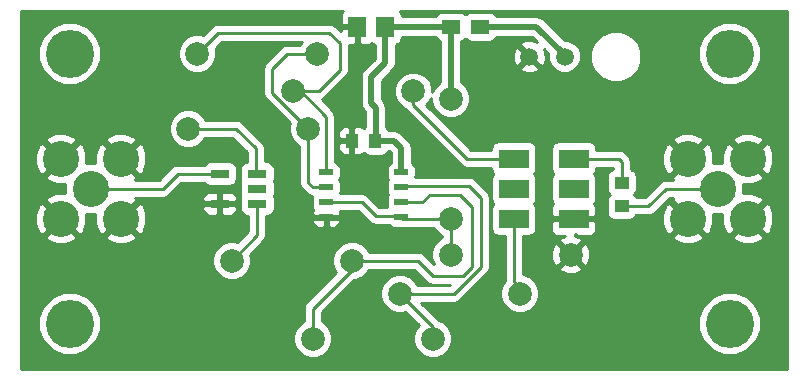
<source format=gbr>
G04 #@! TF.FileFunction,Copper,L1,Top,Signal*
%FSLAX46Y46*%
G04 Gerber Fmt 4.6, Leading zero omitted, Abs format (unit mm)*
G04 Created by KiCad (PCBNEW 4.0.1-3.201512221401+6198~38~ubuntu15.10.1-stable) date Tue 19 Jan 2016 07:49:42 AM PST*
%MOMM*%
G01*
G04 APERTURE LIST*
%ADD10C,0.100000*%
%ADD11R,1.549400X1.800860*%
%ADD12R,1.000000X1.250000*%
%ADD13R,1.250000X1.000000*%
%ADD14C,3.048000*%
%ADD15R,1.500000X1.250000*%
%ADD16C,1.500000*%
%ADD17C,1.998980*%
%ADD18R,1.650000X0.760000*%
%ADD19R,2.540000X1.650000*%
%ADD20R,1.143000X0.508000*%
%ADD21C,4.064000*%
%ADD22C,0.508000*%
%ADD23C,0.250000*%
%ADD24C,0.254000*%
G04 APERTURE END LIST*
D10*
D11*
X148623020Y-94488000D03*
X146270980Y-94488000D03*
D12*
X147812000Y-104140000D03*
X145812000Y-104140000D03*
D13*
X168656000Y-109712000D03*
X168656000Y-107712000D03*
D14*
X123698000Y-108204000D03*
X121158000Y-110744000D03*
X121158000Y-105664000D03*
X126238000Y-105664000D03*
X126238000Y-110744000D03*
X176784000Y-108204000D03*
X179324000Y-105664000D03*
X179324000Y-110744000D03*
X174244000Y-110744000D03*
X174244000Y-105664000D03*
D15*
X154198000Y-94488000D03*
X156698000Y-94488000D03*
D16*
X160830000Y-97028000D03*
X163830000Y-97028000D03*
D17*
X142113000Y-103124000D03*
X131953000Y-103124000D03*
X145796000Y-114300000D03*
X135636000Y-114300000D03*
X154178000Y-113792000D03*
X164338000Y-113792000D03*
X154178000Y-100584000D03*
X154178000Y-110744000D03*
X132715000Y-96774000D03*
X142875000Y-96774000D03*
X152654000Y-120904000D03*
X142494000Y-120904000D03*
X140843000Y-99949000D03*
X151003000Y-99949000D03*
X160020000Y-117094000D03*
X149860000Y-117094000D03*
D18*
X134620000Y-106934000D03*
X134620000Y-109474000D03*
X137795000Y-106934000D03*
X137795000Y-108204000D03*
X137795000Y-109474000D03*
D19*
X159512000Y-105664000D03*
X164592000Y-105664000D03*
X159512000Y-108204000D03*
X159512000Y-110744000D03*
X164592000Y-110744000D03*
X164592000Y-108204000D03*
D20*
X149987000Y-106807000D03*
X149987000Y-108077000D03*
X149987000Y-109347000D03*
X149987000Y-110617000D03*
X143637000Y-110617000D03*
X143637000Y-109347000D03*
X143637000Y-108077000D03*
X143637000Y-106807000D03*
D21*
X121920000Y-96774000D03*
X121920000Y-119634000D03*
X177800000Y-119634000D03*
X177800000Y-96774000D03*
D22*
X148623020Y-94488000D02*
X148623020Y-97569020D01*
X147828000Y-101346000D02*
X147828000Y-104124000D01*
X147447000Y-100965000D02*
X147828000Y-101346000D01*
X147447000Y-98745040D02*
X147447000Y-100965000D01*
X148623020Y-97569020D02*
X147447000Y-98745040D01*
X147828000Y-104124000D02*
X147812000Y-104140000D01*
X147812000Y-104140000D02*
X149352000Y-104140000D01*
X149352000Y-104140000D02*
X149987000Y-104775000D01*
X149987000Y-104775000D02*
X149987000Y-106807000D01*
X154198000Y-94488000D02*
X154198000Y-100564000D01*
X154198000Y-100564000D02*
X154178000Y-100584000D01*
X154198000Y-94488000D02*
X149258020Y-94488000D01*
X149258020Y-94488000D02*
X149098000Y-94327980D01*
D23*
X154178000Y-94508000D02*
X154198000Y-94488000D01*
X149258020Y-94488000D02*
X149098000Y-94327980D01*
D22*
X143637000Y-110617000D02*
X143510000Y-110617000D01*
X164338000Y-110998000D02*
X164592000Y-110744000D01*
X174117000Y-110744000D02*
X174244000Y-110744000D01*
D23*
X168656000Y-109712000D02*
X170926000Y-109712000D01*
X172434000Y-108204000D02*
X176784000Y-108204000D01*
X170926000Y-109712000D02*
X172434000Y-108204000D01*
X168656000Y-107712000D02*
X168656000Y-105918000D01*
X168402000Y-105664000D02*
X164592000Y-105664000D01*
X168656000Y-105918000D02*
X168402000Y-105664000D01*
X123698000Y-108204000D02*
X129794000Y-108204000D01*
X129794000Y-108204000D02*
X131064000Y-106934000D01*
X131064000Y-106934000D02*
X134620000Y-106934000D01*
D22*
X163830000Y-97028000D02*
X163830000Y-96901000D01*
X163830000Y-96901000D02*
X161417000Y-94488000D01*
X161417000Y-94488000D02*
X156698000Y-94488000D01*
D23*
X163830000Y-97028000D02*
X163830000Y-96520000D01*
X142113000Y-103124000D02*
X142113000Y-107696000D01*
X142494000Y-108077000D02*
X143637000Y-108077000D01*
X142113000Y-107696000D02*
X142494000Y-108077000D01*
X142875000Y-96774000D02*
X140335000Y-96774000D01*
X139065000Y-100076000D02*
X142113000Y-103124000D01*
X139065000Y-98044000D02*
X139065000Y-100076000D01*
X140335000Y-96774000D02*
X139065000Y-98044000D01*
X131953000Y-103124000D02*
X136017000Y-103124000D01*
X137668000Y-104775000D02*
X137668000Y-106807000D01*
X136017000Y-103124000D02*
X137668000Y-104775000D01*
X137668000Y-106807000D02*
X137795000Y-106934000D01*
X149987000Y-109347000D02*
X151765000Y-109347000D01*
X151384000Y-114300000D02*
X145796000Y-114300000D01*
X152654000Y-115570000D02*
X151384000Y-114300000D01*
X155194000Y-115570000D02*
X152654000Y-115570000D01*
X155956000Y-114808000D02*
X155194000Y-115570000D01*
X155956000Y-109728000D02*
X155956000Y-114808000D01*
X154940000Y-108712000D02*
X155956000Y-109728000D01*
X152400000Y-108712000D02*
X154940000Y-108712000D01*
X151765000Y-109347000D02*
X152400000Y-108712000D01*
X142494000Y-120904000D02*
X142494000Y-118364000D01*
X142494000Y-118364000D02*
X145796000Y-115062000D01*
X137795000Y-109474000D02*
X137795000Y-112141000D01*
X137795000Y-112141000D02*
X135636000Y-114300000D01*
X154178000Y-110744000D02*
X150114000Y-110744000D01*
X150114000Y-110744000D02*
X149860000Y-110490000D01*
X149860000Y-110490000D02*
X147828000Y-110490000D01*
X147828000Y-110490000D02*
X146685000Y-109347000D01*
X146685000Y-109347000D02*
X143637000Y-109347000D01*
X154178000Y-113792000D02*
X154178000Y-110744000D01*
X140843000Y-99949000D02*
X143002000Y-99949000D01*
X134493000Y-94996000D02*
X132715000Y-96774000D01*
X143891000Y-94996000D02*
X134493000Y-94996000D01*
X144780000Y-95885000D02*
X143891000Y-94996000D01*
X144780000Y-98171000D02*
X144780000Y-95885000D01*
X143002000Y-99949000D02*
X144780000Y-98171000D01*
X140843000Y-99949000D02*
X141478000Y-99949000D01*
X141478000Y-99949000D02*
X143637000Y-102108000D01*
X143637000Y-102108000D02*
X143637000Y-106807000D01*
X149860000Y-117094000D02*
X154432000Y-117094000D01*
X155702000Y-107950000D02*
X150114000Y-107950000D01*
X156718000Y-108966000D02*
X155702000Y-107950000D01*
X156718000Y-114808000D02*
X156718000Y-108966000D01*
X154432000Y-117094000D02*
X156718000Y-114808000D01*
X150114000Y-107950000D02*
X149987000Y-108077000D01*
X152654000Y-120904000D02*
X152654000Y-119888000D01*
X152654000Y-119888000D02*
X149860000Y-117094000D01*
X159512000Y-105664000D02*
X155575000Y-105664000D01*
X151003000Y-101092000D02*
X151003000Y-99949000D01*
X155575000Y-105664000D02*
X151003000Y-101092000D01*
X160020000Y-117094000D02*
X160020000Y-116586000D01*
X160020000Y-116586000D02*
X159512000Y-116078000D01*
X159512000Y-116078000D02*
X159512000Y-110744000D01*
D24*
G36*
X144957953Y-93227871D02*
X144861280Y-93461260D01*
X144861280Y-94202250D01*
X145020030Y-94361000D01*
X146143980Y-94361000D01*
X146143980Y-94341000D01*
X146397980Y-94341000D01*
X146397980Y-94361000D01*
X146417980Y-94361000D01*
X146417980Y-94615000D01*
X146397980Y-94615000D01*
X146397980Y-95864680D01*
X146556730Y-96023430D01*
X147171989Y-96023430D01*
X147405378Y-95926757D01*
X147448411Y-95883724D01*
X147596430Y-95984861D01*
X147734020Y-96012724D01*
X147734020Y-97200784D01*
X146818382Y-98116422D01*
X146625671Y-98404834D01*
X146558000Y-98745040D01*
X146558000Y-100965000D01*
X146625671Y-101305206D01*
X146763227Y-101511073D01*
X146818382Y-101593618D01*
X146939000Y-101714236D01*
X146939000Y-103000435D01*
X146860559Y-103050910D01*
X146814031Y-103119006D01*
X146671698Y-102976673D01*
X146438309Y-102880000D01*
X146097750Y-102880000D01*
X145939000Y-103038750D01*
X145939000Y-104013000D01*
X145959000Y-104013000D01*
X145959000Y-104267000D01*
X145939000Y-104267000D01*
X145939000Y-105241250D01*
X146097750Y-105400000D01*
X146438309Y-105400000D01*
X146671698Y-105303327D01*
X146812936Y-105162090D01*
X146847910Y-105216441D01*
X147060110Y-105361431D01*
X147312000Y-105412440D01*
X148312000Y-105412440D01*
X148547317Y-105368162D01*
X148763441Y-105229090D01*
X148900157Y-105029000D01*
X148983764Y-105029000D01*
X149098000Y-105143236D01*
X149098000Y-106002721D01*
X148964059Y-106088910D01*
X148819069Y-106301110D01*
X148768060Y-106553000D01*
X148768060Y-107061000D01*
X148812338Y-107296317D01*
X148906666Y-107442907D01*
X148819069Y-107571110D01*
X148768060Y-107823000D01*
X148768060Y-108331000D01*
X148812338Y-108566317D01*
X148906666Y-108712907D01*
X148819069Y-108841110D01*
X148768060Y-109093000D01*
X148768060Y-109601000D01*
X148792333Y-109730000D01*
X148142802Y-109730000D01*
X147222401Y-108809599D01*
X146975839Y-108644852D01*
X146685000Y-108587000D01*
X144802123Y-108587000D01*
X144804931Y-108582890D01*
X144855940Y-108331000D01*
X144855940Y-107823000D01*
X144811662Y-107587683D01*
X144717334Y-107441093D01*
X144804931Y-107312890D01*
X144855940Y-107061000D01*
X144855940Y-106553000D01*
X144811662Y-106317683D01*
X144672590Y-106101559D01*
X144460390Y-105956569D01*
X144397000Y-105943732D01*
X144397000Y-104425750D01*
X144677000Y-104425750D01*
X144677000Y-104891310D01*
X144773673Y-105124699D01*
X144952302Y-105303327D01*
X145185691Y-105400000D01*
X145526250Y-105400000D01*
X145685000Y-105241250D01*
X145685000Y-104267000D01*
X144835750Y-104267000D01*
X144677000Y-104425750D01*
X144397000Y-104425750D01*
X144397000Y-103388690D01*
X144677000Y-103388690D01*
X144677000Y-103854250D01*
X144835750Y-104013000D01*
X145685000Y-104013000D01*
X145685000Y-103038750D01*
X145526250Y-102880000D01*
X145185691Y-102880000D01*
X144952302Y-102976673D01*
X144773673Y-103155301D01*
X144677000Y-103388690D01*
X144397000Y-103388690D01*
X144397000Y-102108000D01*
X144339148Y-101817161D01*
X144174401Y-101570599D01*
X143261236Y-100657434D01*
X143292839Y-100651148D01*
X143539401Y-100486401D01*
X145317401Y-98708401D01*
X145482148Y-98461839D01*
X145540000Y-98171000D01*
X145540000Y-96023430D01*
X145985230Y-96023430D01*
X146143980Y-95864680D01*
X146143980Y-94615000D01*
X145020030Y-94615000D01*
X144861280Y-94773750D01*
X144861280Y-94891478D01*
X144428401Y-94458599D01*
X144181839Y-94293852D01*
X143891000Y-94236000D01*
X134493000Y-94236000D01*
X134202161Y-94293852D01*
X133955599Y-94458599D01*
X133206083Y-95208115D01*
X133041547Y-95139794D01*
X132391306Y-95139226D01*
X131790345Y-95387538D01*
X131330154Y-95846927D01*
X131080794Y-96447453D01*
X131080226Y-97097694D01*
X131328538Y-97698655D01*
X131787927Y-98158846D01*
X132388453Y-98408206D01*
X133038694Y-98408774D01*
X133639655Y-98160462D01*
X134099846Y-97701073D01*
X134349206Y-97100547D01*
X134349774Y-96450306D01*
X134280691Y-96283111D01*
X134807802Y-95756000D01*
X141581240Y-95756000D01*
X141490154Y-95846927D01*
X141420779Y-96014000D01*
X140335000Y-96014000D01*
X140044160Y-96071852D01*
X139797599Y-96236599D01*
X138527599Y-97506599D01*
X138362852Y-97753161D01*
X138305000Y-98044000D01*
X138305000Y-100076000D01*
X138362852Y-100366839D01*
X138527599Y-100613401D01*
X140547115Y-102632917D01*
X140478794Y-102797453D01*
X140478226Y-103447694D01*
X140726538Y-104048655D01*
X141185927Y-104508846D01*
X141353000Y-104578221D01*
X141353000Y-107696000D01*
X141410852Y-107986839D01*
X141575599Y-108233401D01*
X141956599Y-108614401D01*
X142203160Y-108779148D01*
X142474524Y-108833126D01*
X142469069Y-108841110D01*
X142418060Y-109093000D01*
X142418060Y-109601000D01*
X142462338Y-109836317D01*
X142553104Y-109977371D01*
X142527173Y-110003302D01*
X142430500Y-110236691D01*
X142430500Y-110331250D01*
X142589250Y-110490000D01*
X143510000Y-110490000D01*
X143510000Y-110470000D01*
X143764000Y-110470000D01*
X143764000Y-110490000D01*
X144684750Y-110490000D01*
X144843500Y-110331250D01*
X144843500Y-110236691D01*
X144789780Y-110107000D01*
X146370198Y-110107000D01*
X147290599Y-111027401D01*
X147537161Y-111192148D01*
X147828000Y-111250000D01*
X148904795Y-111250000D01*
X148951410Y-111322441D01*
X149163610Y-111467431D01*
X149415500Y-111518440D01*
X150558500Y-111518440D01*
X150635242Y-111504000D01*
X152723504Y-111504000D01*
X152791538Y-111668655D01*
X153250927Y-112128846D01*
X153418000Y-112198221D01*
X153418000Y-112337504D01*
X153253345Y-112405538D01*
X152793154Y-112864927D01*
X152543794Y-113465453D01*
X152543226Y-114115694D01*
X152732448Y-114573646D01*
X151921401Y-113762599D01*
X151674839Y-113597852D01*
X151384000Y-113540000D01*
X147250496Y-113540000D01*
X147182462Y-113375345D01*
X146723073Y-112915154D01*
X146122547Y-112665794D01*
X145472306Y-112665226D01*
X144871345Y-112913538D01*
X144411154Y-113372927D01*
X144161794Y-113973453D01*
X144161226Y-114623694D01*
X144409538Y-115224655D01*
X144483976Y-115299222D01*
X141956599Y-117826599D01*
X141791852Y-118073161D01*
X141734000Y-118364000D01*
X141734000Y-119449504D01*
X141569345Y-119517538D01*
X141109154Y-119976927D01*
X140859794Y-120577453D01*
X140859226Y-121227694D01*
X141107538Y-121828655D01*
X141566927Y-122288846D01*
X142167453Y-122538206D01*
X142817694Y-122538774D01*
X143418655Y-122290462D01*
X143878846Y-121831073D01*
X144128206Y-121230547D01*
X144128774Y-120580306D01*
X143880462Y-119979345D01*
X143421073Y-119519154D01*
X143254000Y-119449779D01*
X143254000Y-118678802D01*
X145998134Y-115934668D01*
X146119694Y-115934774D01*
X146720655Y-115686462D01*
X147180846Y-115227073D01*
X147250221Y-115060000D01*
X151069198Y-115060000D01*
X152116599Y-116107401D01*
X152363160Y-116272148D01*
X152654000Y-116330000D01*
X154121198Y-116330000D01*
X154117198Y-116334000D01*
X151314496Y-116334000D01*
X151246462Y-116169345D01*
X150787073Y-115709154D01*
X150186547Y-115459794D01*
X149536306Y-115459226D01*
X148935345Y-115707538D01*
X148475154Y-116166927D01*
X148225794Y-116767453D01*
X148225226Y-117417694D01*
X148473538Y-118018655D01*
X148932927Y-118478846D01*
X149533453Y-118728206D01*
X150183694Y-118728774D01*
X150350889Y-118659691D01*
X151468813Y-119777615D01*
X151269154Y-119976927D01*
X151019794Y-120577453D01*
X151019226Y-121227694D01*
X151267538Y-121828655D01*
X151726927Y-122288846D01*
X152327453Y-122538206D01*
X152977694Y-122538774D01*
X153578655Y-122290462D01*
X154038846Y-121831073D01*
X154288206Y-121230547D01*
X154288774Y-120580306D01*
X154116005Y-120162172D01*
X175132538Y-120162172D01*
X175537709Y-121142761D01*
X176287293Y-121893655D01*
X177267173Y-122300536D01*
X178328172Y-122301462D01*
X179308761Y-121896291D01*
X180059655Y-121146707D01*
X180466536Y-120166827D01*
X180467462Y-119105828D01*
X180062291Y-118125239D01*
X179312707Y-117374345D01*
X178332827Y-116967464D01*
X177271828Y-116966538D01*
X176291239Y-117371709D01*
X175540345Y-118121293D01*
X175133464Y-119101173D01*
X175132538Y-120162172D01*
X154116005Y-120162172D01*
X154040462Y-119979345D01*
X153581073Y-119519154D01*
X153197642Y-119359940D01*
X153191401Y-119350599D01*
X151694802Y-117854000D01*
X154432000Y-117854000D01*
X154722839Y-117796148D01*
X154969401Y-117631401D01*
X157255401Y-115345401D01*
X157420148Y-115098840D01*
X157478000Y-114808000D01*
X157478000Y-108966000D01*
X157420148Y-108675161D01*
X157255401Y-108428599D01*
X156239401Y-107412599D01*
X155992839Y-107247852D01*
X155702000Y-107190000D01*
X151179817Y-107190000D01*
X151205940Y-107061000D01*
X151205940Y-106553000D01*
X151161662Y-106317683D01*
X151022590Y-106101559D01*
X150876000Y-106001398D01*
X150876000Y-104775000D01*
X150872772Y-104758774D01*
X150808330Y-104434795D01*
X150615618Y-104146382D01*
X149980618Y-103511382D01*
X149836131Y-103414839D01*
X149692206Y-103318671D01*
X149352000Y-103251000D01*
X148896705Y-103251000D01*
X148776090Y-103063559D01*
X148717000Y-103023185D01*
X148717000Y-101346000D01*
X148649329Y-101005794D01*
X148456618Y-100717382D01*
X148336000Y-100596764D01*
X148336000Y-99113276D01*
X149251638Y-98197638D01*
X149444349Y-97909226D01*
X149512020Y-97569020D01*
X149512020Y-96014363D01*
X149633037Y-95991592D01*
X149849161Y-95852520D01*
X149994151Y-95640320D01*
X150045160Y-95388430D01*
X150045160Y-95377000D01*
X152863295Y-95377000D01*
X152983910Y-95564441D01*
X153196110Y-95709431D01*
X153309000Y-95732292D01*
X153309000Y-99174542D01*
X153253345Y-99197538D01*
X152793154Y-99656927D01*
X152637419Y-100031979D01*
X152637774Y-99625306D01*
X152389462Y-99024345D01*
X151930073Y-98564154D01*
X151329547Y-98314794D01*
X150679306Y-98314226D01*
X150078345Y-98562538D01*
X149618154Y-99021927D01*
X149368794Y-99622453D01*
X149368226Y-100272694D01*
X149616538Y-100873655D01*
X150075927Y-101333846D01*
X150341915Y-101444294D01*
X150465599Y-101629401D01*
X155037599Y-106201401D01*
X155284160Y-106366148D01*
X155327436Y-106374756D01*
X155575000Y-106424000D01*
X157594560Y-106424000D01*
X157594560Y-106489000D01*
X157638838Y-106724317D01*
X157775584Y-106936826D01*
X157645569Y-107127110D01*
X157594560Y-107379000D01*
X157594560Y-109029000D01*
X157638838Y-109264317D01*
X157775584Y-109476826D01*
X157645569Y-109667110D01*
X157594560Y-109919000D01*
X157594560Y-111569000D01*
X157638838Y-111804317D01*
X157777910Y-112020441D01*
X157990110Y-112165431D01*
X158242000Y-112216440D01*
X158752000Y-112216440D01*
X158752000Y-116050285D01*
X158635154Y-116166927D01*
X158385794Y-116767453D01*
X158385226Y-117417694D01*
X158633538Y-118018655D01*
X159092927Y-118478846D01*
X159693453Y-118728206D01*
X160343694Y-118728774D01*
X160944655Y-118480462D01*
X161404846Y-118021073D01*
X161654206Y-117420547D01*
X161654774Y-116770306D01*
X161406462Y-116169345D01*
X160947073Y-115709154D01*
X160346547Y-115459794D01*
X160272000Y-115459729D01*
X160272000Y-114944163D01*
X163365443Y-114944163D01*
X163464042Y-115210965D01*
X164073582Y-115437401D01*
X164723377Y-115413341D01*
X165211958Y-115210965D01*
X165310557Y-114944163D01*
X164338000Y-113971605D01*
X163365443Y-114944163D01*
X160272000Y-114944163D01*
X160272000Y-113527582D01*
X162692599Y-113527582D01*
X162716659Y-114177377D01*
X162919035Y-114665958D01*
X163185837Y-114764557D01*
X164158395Y-113792000D01*
X164517605Y-113792000D01*
X165490163Y-114764557D01*
X165756965Y-114665958D01*
X165983401Y-114056418D01*
X165959341Y-113406623D01*
X165756965Y-112918042D01*
X165490163Y-112819443D01*
X164517605Y-113792000D01*
X164158395Y-113792000D01*
X163185837Y-112819443D01*
X162919035Y-112918042D01*
X162692599Y-113527582D01*
X160272000Y-113527582D01*
X160272000Y-112216440D01*
X160782000Y-112216440D01*
X161017317Y-112172162D01*
X161233441Y-112033090D01*
X161378431Y-111820890D01*
X161429440Y-111569000D01*
X161429440Y-111029750D01*
X162687000Y-111029750D01*
X162687000Y-111695309D01*
X162783673Y-111928698D01*
X162962301Y-112107327D01*
X163195690Y-112204000D01*
X163872130Y-112204000D01*
X163464042Y-112373035D01*
X163365443Y-112639837D01*
X164338000Y-113612395D01*
X165310557Y-112639837D01*
X165211958Y-112373035D01*
X164948886Y-112275307D01*
X172892298Y-112275307D01*
X173055011Y-112596568D01*
X173854464Y-112910556D01*
X174713221Y-112894706D01*
X175432989Y-112596568D01*
X175595702Y-112275307D01*
X177972298Y-112275307D01*
X178135011Y-112596568D01*
X178934464Y-112910556D01*
X179793221Y-112894706D01*
X180512989Y-112596568D01*
X180675702Y-112275307D01*
X179324000Y-110923605D01*
X177972298Y-112275307D01*
X175595702Y-112275307D01*
X174244000Y-110923605D01*
X172892298Y-112275307D01*
X164948886Y-112275307D01*
X164719002Y-112189908D01*
X164719002Y-112045252D01*
X164877750Y-112204000D01*
X165988310Y-112204000D01*
X166221699Y-112107327D01*
X166400327Y-111928698D01*
X166497000Y-111695309D01*
X166497000Y-111029750D01*
X166338250Y-110871000D01*
X164719000Y-110871000D01*
X164719000Y-110891000D01*
X164465000Y-110891000D01*
X164465000Y-110871000D01*
X162845750Y-110871000D01*
X162687000Y-111029750D01*
X161429440Y-111029750D01*
X161429440Y-109919000D01*
X161385162Y-109683683D01*
X161248416Y-109471174D01*
X161378431Y-109280890D01*
X161429440Y-109029000D01*
X161429440Y-107379000D01*
X161385162Y-107143683D01*
X161248416Y-106931174D01*
X161378431Y-106740890D01*
X161429440Y-106489000D01*
X161429440Y-104839000D01*
X162674560Y-104839000D01*
X162674560Y-106489000D01*
X162718838Y-106724317D01*
X162855584Y-106936826D01*
X162725569Y-107127110D01*
X162674560Y-107379000D01*
X162674560Y-109029000D01*
X162718838Y-109264317D01*
X162857910Y-109480441D01*
X162860657Y-109482318D01*
X162783673Y-109559302D01*
X162687000Y-109792691D01*
X162687000Y-110458250D01*
X162845750Y-110617000D01*
X164465000Y-110617000D01*
X164465000Y-110597000D01*
X164719000Y-110597000D01*
X164719000Y-110617000D01*
X166338250Y-110617000D01*
X166497000Y-110458250D01*
X166497000Y-109792691D01*
X166400327Y-109559302D01*
X166321833Y-109480808D01*
X166458431Y-109280890D01*
X166509440Y-109029000D01*
X166509440Y-107379000D01*
X166465162Y-107143683D01*
X166328416Y-106931174D01*
X166458431Y-106740890D01*
X166509440Y-106489000D01*
X166509440Y-106424000D01*
X167896000Y-106424000D01*
X167896000Y-106589962D01*
X167795683Y-106608838D01*
X167579559Y-106747910D01*
X167434569Y-106960110D01*
X167383560Y-107212000D01*
X167383560Y-108212000D01*
X167427838Y-108447317D01*
X167566910Y-108663441D01*
X167636711Y-108711134D01*
X167579559Y-108747910D01*
X167434569Y-108960110D01*
X167383560Y-109212000D01*
X167383560Y-110212000D01*
X167427838Y-110447317D01*
X167566910Y-110663441D01*
X167779110Y-110808431D01*
X168031000Y-110859440D01*
X169281000Y-110859440D01*
X169516317Y-110815162D01*
X169732441Y-110676090D01*
X169871890Y-110472000D01*
X170926000Y-110472000D01*
X171216839Y-110414148D01*
X171306162Y-110354464D01*
X172077444Y-110354464D01*
X172093294Y-111213221D01*
X172391432Y-111932989D01*
X172712693Y-112095702D01*
X174064395Y-110744000D01*
X172712693Y-109392298D01*
X172391432Y-109555011D01*
X172077444Y-110354464D01*
X171306162Y-110354464D01*
X171463401Y-110249401D01*
X172748802Y-108964000D01*
X173018257Y-108964000D01*
X172892298Y-109212693D01*
X174244000Y-110564395D01*
X174258143Y-110550253D01*
X174437748Y-110729858D01*
X174423605Y-110744000D01*
X175775307Y-112095702D01*
X176096568Y-111932989D01*
X176410556Y-111133536D01*
X176396328Y-110362662D01*
X177157608Y-110363327D01*
X177173294Y-111213221D01*
X177471432Y-111932989D01*
X177792693Y-112095702D01*
X179144395Y-110744000D01*
X179503605Y-110744000D01*
X180855307Y-112095702D01*
X181176568Y-111932989D01*
X181490556Y-111133536D01*
X181474706Y-110274779D01*
X181176568Y-109555011D01*
X180855307Y-109392298D01*
X179503605Y-110744000D01*
X179144395Y-110744000D01*
X179130253Y-110729858D01*
X179309858Y-110550253D01*
X179324000Y-110564395D01*
X180675702Y-109212693D01*
X180512989Y-108891432D01*
X179713536Y-108577444D01*
X178942662Y-108591672D01*
X178943327Y-107830392D01*
X179793221Y-107814706D01*
X180512989Y-107516568D01*
X180675702Y-107195307D01*
X179324000Y-105843605D01*
X179309858Y-105857748D01*
X179130253Y-105678143D01*
X179144395Y-105664000D01*
X179503605Y-105664000D01*
X180855307Y-107015702D01*
X181176568Y-106852989D01*
X181490556Y-106053536D01*
X181474706Y-105194779D01*
X181176568Y-104475011D01*
X180855307Y-104312298D01*
X179503605Y-105664000D01*
X179144395Y-105664000D01*
X177792693Y-104312298D01*
X177471432Y-104475011D01*
X177157444Y-105274464D01*
X177171672Y-106045338D01*
X176410392Y-106044673D01*
X176394706Y-105194779D01*
X176096568Y-104475011D01*
X175775307Y-104312298D01*
X174423605Y-105664000D01*
X174437748Y-105678143D01*
X174258143Y-105857748D01*
X174244000Y-105843605D01*
X172892298Y-107195307D01*
X173018257Y-107444000D01*
X172434000Y-107444000D01*
X172143161Y-107501852D01*
X171896599Y-107666599D01*
X170611198Y-108952000D01*
X169868279Y-108952000D01*
X169745090Y-108760559D01*
X169675289Y-108712866D01*
X169732441Y-108676090D01*
X169877431Y-108463890D01*
X169928440Y-108212000D01*
X169928440Y-107212000D01*
X169884162Y-106976683D01*
X169745090Y-106760559D01*
X169532890Y-106615569D01*
X169416000Y-106591898D01*
X169416000Y-105918000D01*
X169358148Y-105627161D01*
X169358148Y-105627160D01*
X169193401Y-105380599D01*
X169087266Y-105274464D01*
X172077444Y-105274464D01*
X172093294Y-106133221D01*
X172391432Y-106852989D01*
X172712693Y-107015702D01*
X174064395Y-105664000D01*
X172712693Y-104312298D01*
X172391432Y-104475011D01*
X172077444Y-105274464D01*
X169087266Y-105274464D01*
X168939401Y-105126599D01*
X168692839Y-104961852D01*
X168402000Y-104904000D01*
X166509440Y-104904000D01*
X166509440Y-104839000D01*
X166465162Y-104603683D01*
X166326090Y-104387559D01*
X166113890Y-104242569D01*
X165862000Y-104191560D01*
X163322000Y-104191560D01*
X163086683Y-104235838D01*
X162870559Y-104374910D01*
X162725569Y-104587110D01*
X162674560Y-104839000D01*
X161429440Y-104839000D01*
X161385162Y-104603683D01*
X161246090Y-104387559D01*
X161033890Y-104242569D01*
X160782000Y-104191560D01*
X158242000Y-104191560D01*
X158006683Y-104235838D01*
X157790559Y-104374910D01*
X157645569Y-104587110D01*
X157594560Y-104839000D01*
X157594560Y-104904000D01*
X155889802Y-104904000D01*
X155118495Y-104132693D01*
X172892298Y-104132693D01*
X174244000Y-105484395D01*
X175595702Y-104132693D01*
X177972298Y-104132693D01*
X179324000Y-105484395D01*
X180675702Y-104132693D01*
X180512989Y-103811432D01*
X179713536Y-103497444D01*
X178854779Y-103513294D01*
X178135011Y-103811432D01*
X177972298Y-104132693D01*
X175595702Y-104132693D01*
X175432989Y-103811432D01*
X174633536Y-103497444D01*
X173774779Y-103513294D01*
X173055011Y-103811432D01*
X172892298Y-104132693D01*
X155118495Y-104132693D01*
X152124631Y-101138829D01*
X152387846Y-100876073D01*
X152543581Y-100501021D01*
X152543226Y-100907694D01*
X152791538Y-101508655D01*
X153250927Y-101968846D01*
X153851453Y-102218206D01*
X154501694Y-102218774D01*
X155102655Y-101970462D01*
X155562846Y-101511073D01*
X155812206Y-100910547D01*
X155812774Y-100260306D01*
X155564462Y-99659345D01*
X155105073Y-99199154D01*
X155087000Y-99191649D01*
X155087000Y-97999517D01*
X160038088Y-97999517D01*
X160106077Y-98240460D01*
X160625171Y-98425201D01*
X161175448Y-98397230D01*
X161553923Y-98240460D01*
X161621912Y-97999517D01*
X160830000Y-97207605D01*
X160038088Y-97999517D01*
X155087000Y-97999517D01*
X155087000Y-96823171D01*
X159432799Y-96823171D01*
X159460770Y-97373448D01*
X159617540Y-97751923D01*
X159858483Y-97819912D01*
X160650395Y-97028000D01*
X159858483Y-96236088D01*
X159617540Y-96304077D01*
X159432799Y-96823171D01*
X155087000Y-96823171D01*
X155087000Y-95734285D01*
X155183317Y-95716162D01*
X155399441Y-95577090D01*
X155447134Y-95507289D01*
X155483910Y-95564441D01*
X155696110Y-95709431D01*
X155948000Y-95760440D01*
X157448000Y-95760440D01*
X157683317Y-95716162D01*
X157899441Y-95577090D01*
X158036157Y-95377000D01*
X161048764Y-95377000D01*
X161450495Y-95778731D01*
X161034829Y-95630799D01*
X160484552Y-95658770D01*
X160106077Y-95815540D01*
X160038088Y-96056483D01*
X160830000Y-96848395D01*
X160844143Y-96834253D01*
X161023748Y-97013858D01*
X161009605Y-97028000D01*
X161801517Y-97819912D01*
X162042460Y-97751923D01*
X162227201Y-97232829D01*
X162199230Y-96682552D01*
X162089567Y-96417803D01*
X162445222Y-96773458D01*
X162444760Y-97302285D01*
X162655169Y-97811515D01*
X163044436Y-98201461D01*
X163553298Y-98412759D01*
X164104285Y-98413240D01*
X164613515Y-98202831D01*
X165003461Y-97813564D01*
X165149975Y-97460717D01*
X165964621Y-97460717D01*
X166296567Y-98264086D01*
X166910681Y-98879273D01*
X167713470Y-99212620D01*
X168582717Y-99213379D01*
X169386086Y-98881433D01*
X170001273Y-98267319D01*
X170334620Y-97464530D01*
X170334761Y-97302172D01*
X175132538Y-97302172D01*
X175537709Y-98282761D01*
X176287293Y-99033655D01*
X177267173Y-99440536D01*
X178328172Y-99441462D01*
X179308761Y-99036291D01*
X180059655Y-98286707D01*
X180466536Y-97306827D01*
X180467462Y-96245828D01*
X180062291Y-95265239D01*
X179312707Y-94514345D01*
X178332827Y-94107464D01*
X177271828Y-94106538D01*
X176291239Y-94511709D01*
X175540345Y-95261293D01*
X175133464Y-96241173D01*
X175132538Y-97302172D01*
X170334761Y-97302172D01*
X170335379Y-96595283D01*
X170003433Y-95791914D01*
X169389319Y-95176727D01*
X168586530Y-94843380D01*
X167717283Y-94842621D01*
X166913914Y-95174567D01*
X166298727Y-95788681D01*
X165965380Y-96591470D01*
X165964621Y-97460717D01*
X165149975Y-97460717D01*
X165214759Y-97304702D01*
X165215240Y-96753715D01*
X165004831Y-96244485D01*
X164615564Y-95854539D01*
X164106702Y-95643241D01*
X163829235Y-95642999D01*
X162045618Y-93859382D01*
X161942647Y-93790579D01*
X161757206Y-93666671D01*
X161417000Y-93599000D01*
X158032705Y-93599000D01*
X157912090Y-93411559D01*
X157699890Y-93266569D01*
X157448000Y-93215560D01*
X155948000Y-93215560D01*
X155712683Y-93259838D01*
X155496559Y-93398910D01*
X155448866Y-93468711D01*
X155412090Y-93411559D01*
X155199890Y-93266569D01*
X154948000Y-93215560D01*
X153448000Y-93215560D01*
X153212683Y-93259838D01*
X152996559Y-93398910D01*
X152859843Y-93599000D01*
X150045160Y-93599000D01*
X150045160Y-93587570D01*
X150000882Y-93352253D01*
X149864944Y-93141000D01*
X182626000Y-93141000D01*
X182626000Y-123521000D01*
X117779000Y-123521000D01*
X117779000Y-120162172D01*
X119252538Y-120162172D01*
X119657709Y-121142761D01*
X120407293Y-121893655D01*
X121387173Y-122300536D01*
X122448172Y-122301462D01*
X123428761Y-121896291D01*
X124179655Y-121146707D01*
X124586536Y-120166827D01*
X124587462Y-119105828D01*
X124182291Y-118125239D01*
X123432707Y-117374345D01*
X122452827Y-116967464D01*
X121391828Y-116966538D01*
X120411239Y-117371709D01*
X119660345Y-118121293D01*
X119253464Y-119101173D01*
X119252538Y-120162172D01*
X117779000Y-120162172D01*
X117779000Y-112275307D01*
X119806298Y-112275307D01*
X119969011Y-112596568D01*
X120768464Y-112910556D01*
X121627221Y-112894706D01*
X122346989Y-112596568D01*
X122509702Y-112275307D01*
X124886298Y-112275307D01*
X125049011Y-112596568D01*
X125848464Y-112910556D01*
X126707221Y-112894706D01*
X127426989Y-112596568D01*
X127589702Y-112275307D01*
X126238000Y-110923605D01*
X124886298Y-112275307D01*
X122509702Y-112275307D01*
X121158000Y-110923605D01*
X119806298Y-112275307D01*
X117779000Y-112275307D01*
X117779000Y-110354464D01*
X118991444Y-110354464D01*
X119007294Y-111213221D01*
X119305432Y-111932989D01*
X119626693Y-112095702D01*
X120978395Y-110744000D01*
X119626693Y-109392298D01*
X119305432Y-109555011D01*
X118991444Y-110354464D01*
X117779000Y-110354464D01*
X117779000Y-107195307D01*
X119806298Y-107195307D01*
X119969011Y-107516568D01*
X120768464Y-107830556D01*
X121539338Y-107816328D01*
X121538673Y-108577608D01*
X120688779Y-108593294D01*
X119969011Y-108891432D01*
X119806298Y-109212693D01*
X121158000Y-110564395D01*
X121172143Y-110550253D01*
X121351748Y-110729858D01*
X121337605Y-110744000D01*
X122689307Y-112095702D01*
X123010568Y-111932989D01*
X123324556Y-111133536D01*
X123310328Y-110362662D01*
X124071608Y-110363327D01*
X124087294Y-111213221D01*
X124385432Y-111932989D01*
X124706693Y-112095702D01*
X126058395Y-110744000D01*
X126417605Y-110744000D01*
X127769307Y-112095702D01*
X128090568Y-111932989D01*
X128404556Y-111133536D01*
X128388706Y-110274779D01*
X128175374Y-109759750D01*
X133160000Y-109759750D01*
X133160000Y-109980309D01*
X133256673Y-110213698D01*
X133435301Y-110392327D01*
X133668690Y-110489000D01*
X134334250Y-110489000D01*
X134493000Y-110330250D01*
X134493000Y-109601000D01*
X134747000Y-109601000D01*
X134747000Y-110330250D01*
X134905750Y-110489000D01*
X135571310Y-110489000D01*
X135804699Y-110392327D01*
X135983327Y-110213698D01*
X136080000Y-109980309D01*
X136080000Y-109759750D01*
X135921250Y-109601000D01*
X134747000Y-109601000D01*
X134493000Y-109601000D01*
X133318750Y-109601000D01*
X133160000Y-109759750D01*
X128175374Y-109759750D01*
X128090568Y-109555011D01*
X127769307Y-109392298D01*
X126417605Y-110744000D01*
X126058395Y-110744000D01*
X126044253Y-110729858D01*
X126223858Y-110550253D01*
X126238000Y-110564395D01*
X127589702Y-109212693D01*
X127465613Y-108967691D01*
X133160000Y-108967691D01*
X133160000Y-109188250D01*
X133318750Y-109347000D01*
X134493000Y-109347000D01*
X134493000Y-108617750D01*
X134747000Y-108617750D01*
X134747000Y-109347000D01*
X135921250Y-109347000D01*
X136080000Y-109188250D01*
X136080000Y-108967691D01*
X135983327Y-108734302D01*
X135804699Y-108555673D01*
X135571310Y-108459000D01*
X134905750Y-108459000D01*
X134747000Y-108617750D01*
X134493000Y-108617750D01*
X134334250Y-108459000D01*
X133668690Y-108459000D01*
X133435301Y-108555673D01*
X133256673Y-108734302D01*
X133160000Y-108967691D01*
X127465613Y-108967691D01*
X127463743Y-108964000D01*
X129794000Y-108964000D01*
X130084839Y-108906148D01*
X130331401Y-108741401D01*
X131378802Y-107694000D01*
X133284939Y-107694000D01*
X133330910Y-107765441D01*
X133543110Y-107910431D01*
X133795000Y-107961440D01*
X135445000Y-107961440D01*
X135680317Y-107917162D01*
X135896441Y-107778090D01*
X136041431Y-107565890D01*
X136092440Y-107314000D01*
X136092440Y-106554000D01*
X136048162Y-106318683D01*
X135909090Y-106102559D01*
X135696890Y-105957569D01*
X135445000Y-105906560D01*
X133795000Y-105906560D01*
X133559683Y-105950838D01*
X133343559Y-106089910D01*
X133286103Y-106174000D01*
X131064000Y-106174000D01*
X130773160Y-106231852D01*
X130526599Y-106396599D01*
X129479198Y-107444000D01*
X127463743Y-107444000D01*
X127589702Y-107195307D01*
X126238000Y-105843605D01*
X126223858Y-105857748D01*
X126044253Y-105678143D01*
X126058395Y-105664000D01*
X126417605Y-105664000D01*
X127769307Y-107015702D01*
X128090568Y-106852989D01*
X128404556Y-106053536D01*
X128388706Y-105194779D01*
X128090568Y-104475011D01*
X127769307Y-104312298D01*
X126417605Y-105664000D01*
X126058395Y-105664000D01*
X124706693Y-104312298D01*
X124385432Y-104475011D01*
X124071444Y-105274464D01*
X124085672Y-106045338D01*
X123324392Y-106044673D01*
X123308706Y-105194779D01*
X123010568Y-104475011D01*
X122689307Y-104312298D01*
X121337605Y-105664000D01*
X121351748Y-105678143D01*
X121172143Y-105857748D01*
X121158000Y-105843605D01*
X119806298Y-107195307D01*
X117779000Y-107195307D01*
X117779000Y-105274464D01*
X118991444Y-105274464D01*
X119007294Y-106133221D01*
X119305432Y-106852989D01*
X119626693Y-107015702D01*
X120978395Y-105664000D01*
X119626693Y-104312298D01*
X119305432Y-104475011D01*
X118991444Y-105274464D01*
X117779000Y-105274464D01*
X117779000Y-104132693D01*
X119806298Y-104132693D01*
X121158000Y-105484395D01*
X122509702Y-104132693D01*
X124886298Y-104132693D01*
X126238000Y-105484395D01*
X127589702Y-104132693D01*
X127426989Y-103811432D01*
X126627536Y-103497444D01*
X125768779Y-103513294D01*
X125049011Y-103811432D01*
X124886298Y-104132693D01*
X122509702Y-104132693D01*
X122346989Y-103811432D01*
X121547536Y-103497444D01*
X120688779Y-103513294D01*
X119969011Y-103811432D01*
X119806298Y-104132693D01*
X117779000Y-104132693D01*
X117779000Y-103447694D01*
X130318226Y-103447694D01*
X130566538Y-104048655D01*
X131025927Y-104508846D01*
X131626453Y-104758206D01*
X132276694Y-104758774D01*
X132877655Y-104510462D01*
X133337846Y-104051073D01*
X133407221Y-103884000D01*
X135702198Y-103884000D01*
X136908000Y-105089802D01*
X136908000Y-105918226D01*
X136734683Y-105950838D01*
X136518559Y-106089910D01*
X136373569Y-106302110D01*
X136322560Y-106554000D01*
X136322560Y-107314000D01*
X136366838Y-107549317D01*
X136377656Y-107566129D01*
X136373569Y-107572110D01*
X136322560Y-107824000D01*
X136322560Y-108584000D01*
X136366838Y-108819317D01*
X136377656Y-108836129D01*
X136373569Y-108842110D01*
X136322560Y-109094000D01*
X136322560Y-109854000D01*
X136366838Y-110089317D01*
X136505910Y-110305441D01*
X136718110Y-110450431D01*
X136970000Y-110501440D01*
X137035000Y-110501440D01*
X137035000Y-111826198D01*
X136127083Y-112734115D01*
X135962547Y-112665794D01*
X135312306Y-112665226D01*
X134711345Y-112913538D01*
X134251154Y-113372927D01*
X134001794Y-113973453D01*
X134001226Y-114623694D01*
X134249538Y-115224655D01*
X134708927Y-115684846D01*
X135309453Y-115934206D01*
X135959694Y-115934774D01*
X136560655Y-115686462D01*
X137020846Y-115227073D01*
X137270206Y-114626547D01*
X137270774Y-113976306D01*
X137201691Y-113809111D01*
X138332401Y-112678401D01*
X138497148Y-112431839D01*
X138555000Y-112141000D01*
X138555000Y-110902750D01*
X142430500Y-110902750D01*
X142430500Y-110997309D01*
X142527173Y-111230698D01*
X142705801Y-111409327D01*
X142939190Y-111506000D01*
X143351250Y-111506000D01*
X143510000Y-111347250D01*
X143510000Y-110744000D01*
X143764000Y-110744000D01*
X143764000Y-111347250D01*
X143922750Y-111506000D01*
X144334810Y-111506000D01*
X144568199Y-111409327D01*
X144746827Y-111230698D01*
X144843500Y-110997309D01*
X144843500Y-110902750D01*
X144684750Y-110744000D01*
X143764000Y-110744000D01*
X143510000Y-110744000D01*
X142589250Y-110744000D01*
X142430500Y-110902750D01*
X138555000Y-110902750D01*
X138555000Y-110501440D01*
X138620000Y-110501440D01*
X138855317Y-110457162D01*
X139071441Y-110318090D01*
X139216431Y-110105890D01*
X139267440Y-109854000D01*
X139267440Y-109094000D01*
X139223162Y-108858683D01*
X139212344Y-108841871D01*
X139216431Y-108835890D01*
X139267440Y-108584000D01*
X139267440Y-107824000D01*
X139223162Y-107588683D01*
X139212344Y-107571871D01*
X139216431Y-107565890D01*
X139267440Y-107314000D01*
X139267440Y-106554000D01*
X139223162Y-106318683D01*
X139084090Y-106102559D01*
X138871890Y-105957569D01*
X138620000Y-105906560D01*
X138428000Y-105906560D01*
X138428000Y-104775000D01*
X138370148Y-104484161D01*
X138205401Y-104237599D01*
X136554401Y-102586599D01*
X136307839Y-102421852D01*
X136017000Y-102364000D01*
X133407496Y-102364000D01*
X133339462Y-102199345D01*
X132880073Y-101739154D01*
X132279547Y-101489794D01*
X131629306Y-101489226D01*
X131028345Y-101737538D01*
X130568154Y-102196927D01*
X130318794Y-102797453D01*
X130318226Y-103447694D01*
X117779000Y-103447694D01*
X117779000Y-97302172D01*
X119252538Y-97302172D01*
X119657709Y-98282761D01*
X120407293Y-99033655D01*
X121387173Y-99440536D01*
X122448172Y-99441462D01*
X123428761Y-99036291D01*
X124179655Y-98286707D01*
X124586536Y-97306827D01*
X124587462Y-96245828D01*
X124182291Y-95265239D01*
X123432707Y-94514345D01*
X122452827Y-94107464D01*
X121391828Y-94106538D01*
X120411239Y-94511709D01*
X119660345Y-95261293D01*
X119253464Y-96241173D01*
X119252538Y-97302172D01*
X117779000Y-97302172D01*
X117779000Y-93141000D01*
X145044824Y-93141000D01*
X144957953Y-93227871D01*
X144957953Y-93227871D01*
G37*
X144957953Y-93227871D02*
X144861280Y-93461260D01*
X144861280Y-94202250D01*
X145020030Y-94361000D01*
X146143980Y-94361000D01*
X146143980Y-94341000D01*
X146397980Y-94341000D01*
X146397980Y-94361000D01*
X146417980Y-94361000D01*
X146417980Y-94615000D01*
X146397980Y-94615000D01*
X146397980Y-95864680D01*
X146556730Y-96023430D01*
X147171989Y-96023430D01*
X147405378Y-95926757D01*
X147448411Y-95883724D01*
X147596430Y-95984861D01*
X147734020Y-96012724D01*
X147734020Y-97200784D01*
X146818382Y-98116422D01*
X146625671Y-98404834D01*
X146558000Y-98745040D01*
X146558000Y-100965000D01*
X146625671Y-101305206D01*
X146763227Y-101511073D01*
X146818382Y-101593618D01*
X146939000Y-101714236D01*
X146939000Y-103000435D01*
X146860559Y-103050910D01*
X146814031Y-103119006D01*
X146671698Y-102976673D01*
X146438309Y-102880000D01*
X146097750Y-102880000D01*
X145939000Y-103038750D01*
X145939000Y-104013000D01*
X145959000Y-104013000D01*
X145959000Y-104267000D01*
X145939000Y-104267000D01*
X145939000Y-105241250D01*
X146097750Y-105400000D01*
X146438309Y-105400000D01*
X146671698Y-105303327D01*
X146812936Y-105162090D01*
X146847910Y-105216441D01*
X147060110Y-105361431D01*
X147312000Y-105412440D01*
X148312000Y-105412440D01*
X148547317Y-105368162D01*
X148763441Y-105229090D01*
X148900157Y-105029000D01*
X148983764Y-105029000D01*
X149098000Y-105143236D01*
X149098000Y-106002721D01*
X148964059Y-106088910D01*
X148819069Y-106301110D01*
X148768060Y-106553000D01*
X148768060Y-107061000D01*
X148812338Y-107296317D01*
X148906666Y-107442907D01*
X148819069Y-107571110D01*
X148768060Y-107823000D01*
X148768060Y-108331000D01*
X148812338Y-108566317D01*
X148906666Y-108712907D01*
X148819069Y-108841110D01*
X148768060Y-109093000D01*
X148768060Y-109601000D01*
X148792333Y-109730000D01*
X148142802Y-109730000D01*
X147222401Y-108809599D01*
X146975839Y-108644852D01*
X146685000Y-108587000D01*
X144802123Y-108587000D01*
X144804931Y-108582890D01*
X144855940Y-108331000D01*
X144855940Y-107823000D01*
X144811662Y-107587683D01*
X144717334Y-107441093D01*
X144804931Y-107312890D01*
X144855940Y-107061000D01*
X144855940Y-106553000D01*
X144811662Y-106317683D01*
X144672590Y-106101559D01*
X144460390Y-105956569D01*
X144397000Y-105943732D01*
X144397000Y-104425750D01*
X144677000Y-104425750D01*
X144677000Y-104891310D01*
X144773673Y-105124699D01*
X144952302Y-105303327D01*
X145185691Y-105400000D01*
X145526250Y-105400000D01*
X145685000Y-105241250D01*
X145685000Y-104267000D01*
X144835750Y-104267000D01*
X144677000Y-104425750D01*
X144397000Y-104425750D01*
X144397000Y-103388690D01*
X144677000Y-103388690D01*
X144677000Y-103854250D01*
X144835750Y-104013000D01*
X145685000Y-104013000D01*
X145685000Y-103038750D01*
X145526250Y-102880000D01*
X145185691Y-102880000D01*
X144952302Y-102976673D01*
X144773673Y-103155301D01*
X144677000Y-103388690D01*
X144397000Y-103388690D01*
X144397000Y-102108000D01*
X144339148Y-101817161D01*
X144174401Y-101570599D01*
X143261236Y-100657434D01*
X143292839Y-100651148D01*
X143539401Y-100486401D01*
X145317401Y-98708401D01*
X145482148Y-98461839D01*
X145540000Y-98171000D01*
X145540000Y-96023430D01*
X145985230Y-96023430D01*
X146143980Y-95864680D01*
X146143980Y-94615000D01*
X145020030Y-94615000D01*
X144861280Y-94773750D01*
X144861280Y-94891478D01*
X144428401Y-94458599D01*
X144181839Y-94293852D01*
X143891000Y-94236000D01*
X134493000Y-94236000D01*
X134202161Y-94293852D01*
X133955599Y-94458599D01*
X133206083Y-95208115D01*
X133041547Y-95139794D01*
X132391306Y-95139226D01*
X131790345Y-95387538D01*
X131330154Y-95846927D01*
X131080794Y-96447453D01*
X131080226Y-97097694D01*
X131328538Y-97698655D01*
X131787927Y-98158846D01*
X132388453Y-98408206D01*
X133038694Y-98408774D01*
X133639655Y-98160462D01*
X134099846Y-97701073D01*
X134349206Y-97100547D01*
X134349774Y-96450306D01*
X134280691Y-96283111D01*
X134807802Y-95756000D01*
X141581240Y-95756000D01*
X141490154Y-95846927D01*
X141420779Y-96014000D01*
X140335000Y-96014000D01*
X140044160Y-96071852D01*
X139797599Y-96236599D01*
X138527599Y-97506599D01*
X138362852Y-97753161D01*
X138305000Y-98044000D01*
X138305000Y-100076000D01*
X138362852Y-100366839D01*
X138527599Y-100613401D01*
X140547115Y-102632917D01*
X140478794Y-102797453D01*
X140478226Y-103447694D01*
X140726538Y-104048655D01*
X141185927Y-104508846D01*
X141353000Y-104578221D01*
X141353000Y-107696000D01*
X141410852Y-107986839D01*
X141575599Y-108233401D01*
X141956599Y-108614401D01*
X142203160Y-108779148D01*
X142474524Y-108833126D01*
X142469069Y-108841110D01*
X142418060Y-109093000D01*
X142418060Y-109601000D01*
X142462338Y-109836317D01*
X142553104Y-109977371D01*
X142527173Y-110003302D01*
X142430500Y-110236691D01*
X142430500Y-110331250D01*
X142589250Y-110490000D01*
X143510000Y-110490000D01*
X143510000Y-110470000D01*
X143764000Y-110470000D01*
X143764000Y-110490000D01*
X144684750Y-110490000D01*
X144843500Y-110331250D01*
X144843500Y-110236691D01*
X144789780Y-110107000D01*
X146370198Y-110107000D01*
X147290599Y-111027401D01*
X147537161Y-111192148D01*
X147828000Y-111250000D01*
X148904795Y-111250000D01*
X148951410Y-111322441D01*
X149163610Y-111467431D01*
X149415500Y-111518440D01*
X150558500Y-111518440D01*
X150635242Y-111504000D01*
X152723504Y-111504000D01*
X152791538Y-111668655D01*
X153250927Y-112128846D01*
X153418000Y-112198221D01*
X153418000Y-112337504D01*
X153253345Y-112405538D01*
X152793154Y-112864927D01*
X152543794Y-113465453D01*
X152543226Y-114115694D01*
X152732448Y-114573646D01*
X151921401Y-113762599D01*
X151674839Y-113597852D01*
X151384000Y-113540000D01*
X147250496Y-113540000D01*
X147182462Y-113375345D01*
X146723073Y-112915154D01*
X146122547Y-112665794D01*
X145472306Y-112665226D01*
X144871345Y-112913538D01*
X144411154Y-113372927D01*
X144161794Y-113973453D01*
X144161226Y-114623694D01*
X144409538Y-115224655D01*
X144483976Y-115299222D01*
X141956599Y-117826599D01*
X141791852Y-118073161D01*
X141734000Y-118364000D01*
X141734000Y-119449504D01*
X141569345Y-119517538D01*
X141109154Y-119976927D01*
X140859794Y-120577453D01*
X140859226Y-121227694D01*
X141107538Y-121828655D01*
X141566927Y-122288846D01*
X142167453Y-122538206D01*
X142817694Y-122538774D01*
X143418655Y-122290462D01*
X143878846Y-121831073D01*
X144128206Y-121230547D01*
X144128774Y-120580306D01*
X143880462Y-119979345D01*
X143421073Y-119519154D01*
X143254000Y-119449779D01*
X143254000Y-118678802D01*
X145998134Y-115934668D01*
X146119694Y-115934774D01*
X146720655Y-115686462D01*
X147180846Y-115227073D01*
X147250221Y-115060000D01*
X151069198Y-115060000D01*
X152116599Y-116107401D01*
X152363160Y-116272148D01*
X152654000Y-116330000D01*
X154121198Y-116330000D01*
X154117198Y-116334000D01*
X151314496Y-116334000D01*
X151246462Y-116169345D01*
X150787073Y-115709154D01*
X150186547Y-115459794D01*
X149536306Y-115459226D01*
X148935345Y-115707538D01*
X148475154Y-116166927D01*
X148225794Y-116767453D01*
X148225226Y-117417694D01*
X148473538Y-118018655D01*
X148932927Y-118478846D01*
X149533453Y-118728206D01*
X150183694Y-118728774D01*
X150350889Y-118659691D01*
X151468813Y-119777615D01*
X151269154Y-119976927D01*
X151019794Y-120577453D01*
X151019226Y-121227694D01*
X151267538Y-121828655D01*
X151726927Y-122288846D01*
X152327453Y-122538206D01*
X152977694Y-122538774D01*
X153578655Y-122290462D01*
X154038846Y-121831073D01*
X154288206Y-121230547D01*
X154288774Y-120580306D01*
X154116005Y-120162172D01*
X175132538Y-120162172D01*
X175537709Y-121142761D01*
X176287293Y-121893655D01*
X177267173Y-122300536D01*
X178328172Y-122301462D01*
X179308761Y-121896291D01*
X180059655Y-121146707D01*
X180466536Y-120166827D01*
X180467462Y-119105828D01*
X180062291Y-118125239D01*
X179312707Y-117374345D01*
X178332827Y-116967464D01*
X177271828Y-116966538D01*
X176291239Y-117371709D01*
X175540345Y-118121293D01*
X175133464Y-119101173D01*
X175132538Y-120162172D01*
X154116005Y-120162172D01*
X154040462Y-119979345D01*
X153581073Y-119519154D01*
X153197642Y-119359940D01*
X153191401Y-119350599D01*
X151694802Y-117854000D01*
X154432000Y-117854000D01*
X154722839Y-117796148D01*
X154969401Y-117631401D01*
X157255401Y-115345401D01*
X157420148Y-115098840D01*
X157478000Y-114808000D01*
X157478000Y-108966000D01*
X157420148Y-108675161D01*
X157255401Y-108428599D01*
X156239401Y-107412599D01*
X155992839Y-107247852D01*
X155702000Y-107190000D01*
X151179817Y-107190000D01*
X151205940Y-107061000D01*
X151205940Y-106553000D01*
X151161662Y-106317683D01*
X151022590Y-106101559D01*
X150876000Y-106001398D01*
X150876000Y-104775000D01*
X150872772Y-104758774D01*
X150808330Y-104434795D01*
X150615618Y-104146382D01*
X149980618Y-103511382D01*
X149836131Y-103414839D01*
X149692206Y-103318671D01*
X149352000Y-103251000D01*
X148896705Y-103251000D01*
X148776090Y-103063559D01*
X148717000Y-103023185D01*
X148717000Y-101346000D01*
X148649329Y-101005794D01*
X148456618Y-100717382D01*
X148336000Y-100596764D01*
X148336000Y-99113276D01*
X149251638Y-98197638D01*
X149444349Y-97909226D01*
X149512020Y-97569020D01*
X149512020Y-96014363D01*
X149633037Y-95991592D01*
X149849161Y-95852520D01*
X149994151Y-95640320D01*
X150045160Y-95388430D01*
X150045160Y-95377000D01*
X152863295Y-95377000D01*
X152983910Y-95564441D01*
X153196110Y-95709431D01*
X153309000Y-95732292D01*
X153309000Y-99174542D01*
X153253345Y-99197538D01*
X152793154Y-99656927D01*
X152637419Y-100031979D01*
X152637774Y-99625306D01*
X152389462Y-99024345D01*
X151930073Y-98564154D01*
X151329547Y-98314794D01*
X150679306Y-98314226D01*
X150078345Y-98562538D01*
X149618154Y-99021927D01*
X149368794Y-99622453D01*
X149368226Y-100272694D01*
X149616538Y-100873655D01*
X150075927Y-101333846D01*
X150341915Y-101444294D01*
X150465599Y-101629401D01*
X155037599Y-106201401D01*
X155284160Y-106366148D01*
X155327436Y-106374756D01*
X155575000Y-106424000D01*
X157594560Y-106424000D01*
X157594560Y-106489000D01*
X157638838Y-106724317D01*
X157775584Y-106936826D01*
X157645569Y-107127110D01*
X157594560Y-107379000D01*
X157594560Y-109029000D01*
X157638838Y-109264317D01*
X157775584Y-109476826D01*
X157645569Y-109667110D01*
X157594560Y-109919000D01*
X157594560Y-111569000D01*
X157638838Y-111804317D01*
X157777910Y-112020441D01*
X157990110Y-112165431D01*
X158242000Y-112216440D01*
X158752000Y-112216440D01*
X158752000Y-116050285D01*
X158635154Y-116166927D01*
X158385794Y-116767453D01*
X158385226Y-117417694D01*
X158633538Y-118018655D01*
X159092927Y-118478846D01*
X159693453Y-118728206D01*
X160343694Y-118728774D01*
X160944655Y-118480462D01*
X161404846Y-118021073D01*
X161654206Y-117420547D01*
X161654774Y-116770306D01*
X161406462Y-116169345D01*
X160947073Y-115709154D01*
X160346547Y-115459794D01*
X160272000Y-115459729D01*
X160272000Y-114944163D01*
X163365443Y-114944163D01*
X163464042Y-115210965D01*
X164073582Y-115437401D01*
X164723377Y-115413341D01*
X165211958Y-115210965D01*
X165310557Y-114944163D01*
X164338000Y-113971605D01*
X163365443Y-114944163D01*
X160272000Y-114944163D01*
X160272000Y-113527582D01*
X162692599Y-113527582D01*
X162716659Y-114177377D01*
X162919035Y-114665958D01*
X163185837Y-114764557D01*
X164158395Y-113792000D01*
X164517605Y-113792000D01*
X165490163Y-114764557D01*
X165756965Y-114665958D01*
X165983401Y-114056418D01*
X165959341Y-113406623D01*
X165756965Y-112918042D01*
X165490163Y-112819443D01*
X164517605Y-113792000D01*
X164158395Y-113792000D01*
X163185837Y-112819443D01*
X162919035Y-112918042D01*
X162692599Y-113527582D01*
X160272000Y-113527582D01*
X160272000Y-112216440D01*
X160782000Y-112216440D01*
X161017317Y-112172162D01*
X161233441Y-112033090D01*
X161378431Y-111820890D01*
X161429440Y-111569000D01*
X161429440Y-111029750D01*
X162687000Y-111029750D01*
X162687000Y-111695309D01*
X162783673Y-111928698D01*
X162962301Y-112107327D01*
X163195690Y-112204000D01*
X163872130Y-112204000D01*
X163464042Y-112373035D01*
X163365443Y-112639837D01*
X164338000Y-113612395D01*
X165310557Y-112639837D01*
X165211958Y-112373035D01*
X164948886Y-112275307D01*
X172892298Y-112275307D01*
X173055011Y-112596568D01*
X173854464Y-112910556D01*
X174713221Y-112894706D01*
X175432989Y-112596568D01*
X175595702Y-112275307D01*
X177972298Y-112275307D01*
X178135011Y-112596568D01*
X178934464Y-112910556D01*
X179793221Y-112894706D01*
X180512989Y-112596568D01*
X180675702Y-112275307D01*
X179324000Y-110923605D01*
X177972298Y-112275307D01*
X175595702Y-112275307D01*
X174244000Y-110923605D01*
X172892298Y-112275307D01*
X164948886Y-112275307D01*
X164719002Y-112189908D01*
X164719002Y-112045252D01*
X164877750Y-112204000D01*
X165988310Y-112204000D01*
X166221699Y-112107327D01*
X166400327Y-111928698D01*
X166497000Y-111695309D01*
X166497000Y-111029750D01*
X166338250Y-110871000D01*
X164719000Y-110871000D01*
X164719000Y-110891000D01*
X164465000Y-110891000D01*
X164465000Y-110871000D01*
X162845750Y-110871000D01*
X162687000Y-111029750D01*
X161429440Y-111029750D01*
X161429440Y-109919000D01*
X161385162Y-109683683D01*
X161248416Y-109471174D01*
X161378431Y-109280890D01*
X161429440Y-109029000D01*
X161429440Y-107379000D01*
X161385162Y-107143683D01*
X161248416Y-106931174D01*
X161378431Y-106740890D01*
X161429440Y-106489000D01*
X161429440Y-104839000D01*
X162674560Y-104839000D01*
X162674560Y-106489000D01*
X162718838Y-106724317D01*
X162855584Y-106936826D01*
X162725569Y-107127110D01*
X162674560Y-107379000D01*
X162674560Y-109029000D01*
X162718838Y-109264317D01*
X162857910Y-109480441D01*
X162860657Y-109482318D01*
X162783673Y-109559302D01*
X162687000Y-109792691D01*
X162687000Y-110458250D01*
X162845750Y-110617000D01*
X164465000Y-110617000D01*
X164465000Y-110597000D01*
X164719000Y-110597000D01*
X164719000Y-110617000D01*
X166338250Y-110617000D01*
X166497000Y-110458250D01*
X166497000Y-109792691D01*
X166400327Y-109559302D01*
X166321833Y-109480808D01*
X166458431Y-109280890D01*
X166509440Y-109029000D01*
X166509440Y-107379000D01*
X166465162Y-107143683D01*
X166328416Y-106931174D01*
X166458431Y-106740890D01*
X166509440Y-106489000D01*
X166509440Y-106424000D01*
X167896000Y-106424000D01*
X167896000Y-106589962D01*
X167795683Y-106608838D01*
X167579559Y-106747910D01*
X167434569Y-106960110D01*
X167383560Y-107212000D01*
X167383560Y-108212000D01*
X167427838Y-108447317D01*
X167566910Y-108663441D01*
X167636711Y-108711134D01*
X167579559Y-108747910D01*
X167434569Y-108960110D01*
X167383560Y-109212000D01*
X167383560Y-110212000D01*
X167427838Y-110447317D01*
X167566910Y-110663441D01*
X167779110Y-110808431D01*
X168031000Y-110859440D01*
X169281000Y-110859440D01*
X169516317Y-110815162D01*
X169732441Y-110676090D01*
X169871890Y-110472000D01*
X170926000Y-110472000D01*
X171216839Y-110414148D01*
X171306162Y-110354464D01*
X172077444Y-110354464D01*
X172093294Y-111213221D01*
X172391432Y-111932989D01*
X172712693Y-112095702D01*
X174064395Y-110744000D01*
X172712693Y-109392298D01*
X172391432Y-109555011D01*
X172077444Y-110354464D01*
X171306162Y-110354464D01*
X171463401Y-110249401D01*
X172748802Y-108964000D01*
X173018257Y-108964000D01*
X172892298Y-109212693D01*
X174244000Y-110564395D01*
X174258143Y-110550253D01*
X174437748Y-110729858D01*
X174423605Y-110744000D01*
X175775307Y-112095702D01*
X176096568Y-111932989D01*
X176410556Y-111133536D01*
X176396328Y-110362662D01*
X177157608Y-110363327D01*
X177173294Y-111213221D01*
X177471432Y-111932989D01*
X177792693Y-112095702D01*
X179144395Y-110744000D01*
X179503605Y-110744000D01*
X180855307Y-112095702D01*
X181176568Y-111932989D01*
X181490556Y-111133536D01*
X181474706Y-110274779D01*
X181176568Y-109555011D01*
X180855307Y-109392298D01*
X179503605Y-110744000D01*
X179144395Y-110744000D01*
X179130253Y-110729858D01*
X179309858Y-110550253D01*
X179324000Y-110564395D01*
X180675702Y-109212693D01*
X180512989Y-108891432D01*
X179713536Y-108577444D01*
X178942662Y-108591672D01*
X178943327Y-107830392D01*
X179793221Y-107814706D01*
X180512989Y-107516568D01*
X180675702Y-107195307D01*
X179324000Y-105843605D01*
X179309858Y-105857748D01*
X179130253Y-105678143D01*
X179144395Y-105664000D01*
X179503605Y-105664000D01*
X180855307Y-107015702D01*
X181176568Y-106852989D01*
X181490556Y-106053536D01*
X181474706Y-105194779D01*
X181176568Y-104475011D01*
X180855307Y-104312298D01*
X179503605Y-105664000D01*
X179144395Y-105664000D01*
X177792693Y-104312298D01*
X177471432Y-104475011D01*
X177157444Y-105274464D01*
X177171672Y-106045338D01*
X176410392Y-106044673D01*
X176394706Y-105194779D01*
X176096568Y-104475011D01*
X175775307Y-104312298D01*
X174423605Y-105664000D01*
X174437748Y-105678143D01*
X174258143Y-105857748D01*
X174244000Y-105843605D01*
X172892298Y-107195307D01*
X173018257Y-107444000D01*
X172434000Y-107444000D01*
X172143161Y-107501852D01*
X171896599Y-107666599D01*
X170611198Y-108952000D01*
X169868279Y-108952000D01*
X169745090Y-108760559D01*
X169675289Y-108712866D01*
X169732441Y-108676090D01*
X169877431Y-108463890D01*
X169928440Y-108212000D01*
X169928440Y-107212000D01*
X169884162Y-106976683D01*
X169745090Y-106760559D01*
X169532890Y-106615569D01*
X169416000Y-106591898D01*
X169416000Y-105918000D01*
X169358148Y-105627161D01*
X169358148Y-105627160D01*
X169193401Y-105380599D01*
X169087266Y-105274464D01*
X172077444Y-105274464D01*
X172093294Y-106133221D01*
X172391432Y-106852989D01*
X172712693Y-107015702D01*
X174064395Y-105664000D01*
X172712693Y-104312298D01*
X172391432Y-104475011D01*
X172077444Y-105274464D01*
X169087266Y-105274464D01*
X168939401Y-105126599D01*
X168692839Y-104961852D01*
X168402000Y-104904000D01*
X166509440Y-104904000D01*
X166509440Y-104839000D01*
X166465162Y-104603683D01*
X166326090Y-104387559D01*
X166113890Y-104242569D01*
X165862000Y-104191560D01*
X163322000Y-104191560D01*
X163086683Y-104235838D01*
X162870559Y-104374910D01*
X162725569Y-104587110D01*
X162674560Y-104839000D01*
X161429440Y-104839000D01*
X161385162Y-104603683D01*
X161246090Y-104387559D01*
X161033890Y-104242569D01*
X160782000Y-104191560D01*
X158242000Y-104191560D01*
X158006683Y-104235838D01*
X157790559Y-104374910D01*
X157645569Y-104587110D01*
X157594560Y-104839000D01*
X157594560Y-104904000D01*
X155889802Y-104904000D01*
X155118495Y-104132693D01*
X172892298Y-104132693D01*
X174244000Y-105484395D01*
X175595702Y-104132693D01*
X177972298Y-104132693D01*
X179324000Y-105484395D01*
X180675702Y-104132693D01*
X180512989Y-103811432D01*
X179713536Y-103497444D01*
X178854779Y-103513294D01*
X178135011Y-103811432D01*
X177972298Y-104132693D01*
X175595702Y-104132693D01*
X175432989Y-103811432D01*
X174633536Y-103497444D01*
X173774779Y-103513294D01*
X173055011Y-103811432D01*
X172892298Y-104132693D01*
X155118495Y-104132693D01*
X152124631Y-101138829D01*
X152387846Y-100876073D01*
X152543581Y-100501021D01*
X152543226Y-100907694D01*
X152791538Y-101508655D01*
X153250927Y-101968846D01*
X153851453Y-102218206D01*
X154501694Y-102218774D01*
X155102655Y-101970462D01*
X155562846Y-101511073D01*
X155812206Y-100910547D01*
X155812774Y-100260306D01*
X155564462Y-99659345D01*
X155105073Y-99199154D01*
X155087000Y-99191649D01*
X155087000Y-97999517D01*
X160038088Y-97999517D01*
X160106077Y-98240460D01*
X160625171Y-98425201D01*
X161175448Y-98397230D01*
X161553923Y-98240460D01*
X161621912Y-97999517D01*
X160830000Y-97207605D01*
X160038088Y-97999517D01*
X155087000Y-97999517D01*
X155087000Y-96823171D01*
X159432799Y-96823171D01*
X159460770Y-97373448D01*
X159617540Y-97751923D01*
X159858483Y-97819912D01*
X160650395Y-97028000D01*
X159858483Y-96236088D01*
X159617540Y-96304077D01*
X159432799Y-96823171D01*
X155087000Y-96823171D01*
X155087000Y-95734285D01*
X155183317Y-95716162D01*
X155399441Y-95577090D01*
X155447134Y-95507289D01*
X155483910Y-95564441D01*
X155696110Y-95709431D01*
X155948000Y-95760440D01*
X157448000Y-95760440D01*
X157683317Y-95716162D01*
X157899441Y-95577090D01*
X158036157Y-95377000D01*
X161048764Y-95377000D01*
X161450495Y-95778731D01*
X161034829Y-95630799D01*
X160484552Y-95658770D01*
X160106077Y-95815540D01*
X160038088Y-96056483D01*
X160830000Y-96848395D01*
X160844143Y-96834253D01*
X161023748Y-97013858D01*
X161009605Y-97028000D01*
X161801517Y-97819912D01*
X162042460Y-97751923D01*
X162227201Y-97232829D01*
X162199230Y-96682552D01*
X162089567Y-96417803D01*
X162445222Y-96773458D01*
X162444760Y-97302285D01*
X162655169Y-97811515D01*
X163044436Y-98201461D01*
X163553298Y-98412759D01*
X164104285Y-98413240D01*
X164613515Y-98202831D01*
X165003461Y-97813564D01*
X165149975Y-97460717D01*
X165964621Y-97460717D01*
X166296567Y-98264086D01*
X166910681Y-98879273D01*
X167713470Y-99212620D01*
X168582717Y-99213379D01*
X169386086Y-98881433D01*
X170001273Y-98267319D01*
X170334620Y-97464530D01*
X170334761Y-97302172D01*
X175132538Y-97302172D01*
X175537709Y-98282761D01*
X176287293Y-99033655D01*
X177267173Y-99440536D01*
X178328172Y-99441462D01*
X179308761Y-99036291D01*
X180059655Y-98286707D01*
X180466536Y-97306827D01*
X180467462Y-96245828D01*
X180062291Y-95265239D01*
X179312707Y-94514345D01*
X178332827Y-94107464D01*
X177271828Y-94106538D01*
X176291239Y-94511709D01*
X175540345Y-95261293D01*
X175133464Y-96241173D01*
X175132538Y-97302172D01*
X170334761Y-97302172D01*
X170335379Y-96595283D01*
X170003433Y-95791914D01*
X169389319Y-95176727D01*
X168586530Y-94843380D01*
X167717283Y-94842621D01*
X166913914Y-95174567D01*
X166298727Y-95788681D01*
X165965380Y-96591470D01*
X165964621Y-97460717D01*
X165149975Y-97460717D01*
X165214759Y-97304702D01*
X165215240Y-96753715D01*
X165004831Y-96244485D01*
X164615564Y-95854539D01*
X164106702Y-95643241D01*
X163829235Y-95642999D01*
X162045618Y-93859382D01*
X161942647Y-93790579D01*
X161757206Y-93666671D01*
X161417000Y-93599000D01*
X158032705Y-93599000D01*
X157912090Y-93411559D01*
X157699890Y-93266569D01*
X157448000Y-93215560D01*
X155948000Y-93215560D01*
X155712683Y-93259838D01*
X155496559Y-93398910D01*
X155448866Y-93468711D01*
X155412090Y-93411559D01*
X155199890Y-93266569D01*
X154948000Y-93215560D01*
X153448000Y-93215560D01*
X153212683Y-93259838D01*
X152996559Y-93398910D01*
X152859843Y-93599000D01*
X150045160Y-93599000D01*
X150045160Y-93587570D01*
X150000882Y-93352253D01*
X149864944Y-93141000D01*
X182626000Y-93141000D01*
X182626000Y-123521000D01*
X117779000Y-123521000D01*
X117779000Y-120162172D01*
X119252538Y-120162172D01*
X119657709Y-121142761D01*
X120407293Y-121893655D01*
X121387173Y-122300536D01*
X122448172Y-122301462D01*
X123428761Y-121896291D01*
X124179655Y-121146707D01*
X124586536Y-120166827D01*
X124587462Y-119105828D01*
X124182291Y-118125239D01*
X123432707Y-117374345D01*
X122452827Y-116967464D01*
X121391828Y-116966538D01*
X120411239Y-117371709D01*
X119660345Y-118121293D01*
X119253464Y-119101173D01*
X119252538Y-120162172D01*
X117779000Y-120162172D01*
X117779000Y-112275307D01*
X119806298Y-112275307D01*
X119969011Y-112596568D01*
X120768464Y-112910556D01*
X121627221Y-112894706D01*
X122346989Y-112596568D01*
X122509702Y-112275307D01*
X124886298Y-112275307D01*
X125049011Y-112596568D01*
X125848464Y-112910556D01*
X126707221Y-112894706D01*
X127426989Y-112596568D01*
X127589702Y-112275307D01*
X126238000Y-110923605D01*
X124886298Y-112275307D01*
X122509702Y-112275307D01*
X121158000Y-110923605D01*
X119806298Y-112275307D01*
X117779000Y-112275307D01*
X117779000Y-110354464D01*
X118991444Y-110354464D01*
X119007294Y-111213221D01*
X119305432Y-111932989D01*
X119626693Y-112095702D01*
X120978395Y-110744000D01*
X119626693Y-109392298D01*
X119305432Y-109555011D01*
X118991444Y-110354464D01*
X117779000Y-110354464D01*
X117779000Y-107195307D01*
X119806298Y-107195307D01*
X119969011Y-107516568D01*
X120768464Y-107830556D01*
X121539338Y-107816328D01*
X121538673Y-108577608D01*
X120688779Y-108593294D01*
X119969011Y-108891432D01*
X119806298Y-109212693D01*
X121158000Y-110564395D01*
X121172143Y-110550253D01*
X121351748Y-110729858D01*
X121337605Y-110744000D01*
X122689307Y-112095702D01*
X123010568Y-111932989D01*
X123324556Y-111133536D01*
X123310328Y-110362662D01*
X124071608Y-110363327D01*
X124087294Y-111213221D01*
X124385432Y-111932989D01*
X124706693Y-112095702D01*
X126058395Y-110744000D01*
X126417605Y-110744000D01*
X127769307Y-112095702D01*
X128090568Y-111932989D01*
X128404556Y-111133536D01*
X128388706Y-110274779D01*
X128175374Y-109759750D01*
X133160000Y-109759750D01*
X133160000Y-109980309D01*
X133256673Y-110213698D01*
X133435301Y-110392327D01*
X133668690Y-110489000D01*
X134334250Y-110489000D01*
X134493000Y-110330250D01*
X134493000Y-109601000D01*
X134747000Y-109601000D01*
X134747000Y-110330250D01*
X134905750Y-110489000D01*
X135571310Y-110489000D01*
X135804699Y-110392327D01*
X135983327Y-110213698D01*
X136080000Y-109980309D01*
X136080000Y-109759750D01*
X135921250Y-109601000D01*
X134747000Y-109601000D01*
X134493000Y-109601000D01*
X133318750Y-109601000D01*
X133160000Y-109759750D01*
X128175374Y-109759750D01*
X128090568Y-109555011D01*
X127769307Y-109392298D01*
X126417605Y-110744000D01*
X126058395Y-110744000D01*
X126044253Y-110729858D01*
X126223858Y-110550253D01*
X126238000Y-110564395D01*
X127589702Y-109212693D01*
X127465613Y-108967691D01*
X133160000Y-108967691D01*
X133160000Y-109188250D01*
X133318750Y-109347000D01*
X134493000Y-109347000D01*
X134493000Y-108617750D01*
X134747000Y-108617750D01*
X134747000Y-109347000D01*
X135921250Y-109347000D01*
X136080000Y-109188250D01*
X136080000Y-108967691D01*
X135983327Y-108734302D01*
X135804699Y-108555673D01*
X135571310Y-108459000D01*
X134905750Y-108459000D01*
X134747000Y-108617750D01*
X134493000Y-108617750D01*
X134334250Y-108459000D01*
X133668690Y-108459000D01*
X133435301Y-108555673D01*
X133256673Y-108734302D01*
X133160000Y-108967691D01*
X127465613Y-108967691D01*
X127463743Y-108964000D01*
X129794000Y-108964000D01*
X130084839Y-108906148D01*
X130331401Y-108741401D01*
X131378802Y-107694000D01*
X133284939Y-107694000D01*
X133330910Y-107765441D01*
X133543110Y-107910431D01*
X133795000Y-107961440D01*
X135445000Y-107961440D01*
X135680317Y-107917162D01*
X135896441Y-107778090D01*
X136041431Y-107565890D01*
X136092440Y-107314000D01*
X136092440Y-106554000D01*
X136048162Y-106318683D01*
X135909090Y-106102559D01*
X135696890Y-105957569D01*
X135445000Y-105906560D01*
X133795000Y-105906560D01*
X133559683Y-105950838D01*
X133343559Y-106089910D01*
X133286103Y-106174000D01*
X131064000Y-106174000D01*
X130773160Y-106231852D01*
X130526599Y-106396599D01*
X129479198Y-107444000D01*
X127463743Y-107444000D01*
X127589702Y-107195307D01*
X126238000Y-105843605D01*
X126223858Y-105857748D01*
X126044253Y-105678143D01*
X126058395Y-105664000D01*
X126417605Y-105664000D01*
X127769307Y-107015702D01*
X128090568Y-106852989D01*
X128404556Y-106053536D01*
X128388706Y-105194779D01*
X128090568Y-104475011D01*
X127769307Y-104312298D01*
X126417605Y-105664000D01*
X126058395Y-105664000D01*
X124706693Y-104312298D01*
X124385432Y-104475011D01*
X124071444Y-105274464D01*
X124085672Y-106045338D01*
X123324392Y-106044673D01*
X123308706Y-105194779D01*
X123010568Y-104475011D01*
X122689307Y-104312298D01*
X121337605Y-105664000D01*
X121351748Y-105678143D01*
X121172143Y-105857748D01*
X121158000Y-105843605D01*
X119806298Y-107195307D01*
X117779000Y-107195307D01*
X117779000Y-105274464D01*
X118991444Y-105274464D01*
X119007294Y-106133221D01*
X119305432Y-106852989D01*
X119626693Y-107015702D01*
X120978395Y-105664000D01*
X119626693Y-104312298D01*
X119305432Y-104475011D01*
X118991444Y-105274464D01*
X117779000Y-105274464D01*
X117779000Y-104132693D01*
X119806298Y-104132693D01*
X121158000Y-105484395D01*
X122509702Y-104132693D01*
X124886298Y-104132693D01*
X126238000Y-105484395D01*
X127589702Y-104132693D01*
X127426989Y-103811432D01*
X126627536Y-103497444D01*
X125768779Y-103513294D01*
X125049011Y-103811432D01*
X124886298Y-104132693D01*
X122509702Y-104132693D01*
X122346989Y-103811432D01*
X121547536Y-103497444D01*
X120688779Y-103513294D01*
X119969011Y-103811432D01*
X119806298Y-104132693D01*
X117779000Y-104132693D01*
X117779000Y-103447694D01*
X130318226Y-103447694D01*
X130566538Y-104048655D01*
X131025927Y-104508846D01*
X131626453Y-104758206D01*
X132276694Y-104758774D01*
X132877655Y-104510462D01*
X133337846Y-104051073D01*
X133407221Y-103884000D01*
X135702198Y-103884000D01*
X136908000Y-105089802D01*
X136908000Y-105918226D01*
X136734683Y-105950838D01*
X136518559Y-106089910D01*
X136373569Y-106302110D01*
X136322560Y-106554000D01*
X136322560Y-107314000D01*
X136366838Y-107549317D01*
X136377656Y-107566129D01*
X136373569Y-107572110D01*
X136322560Y-107824000D01*
X136322560Y-108584000D01*
X136366838Y-108819317D01*
X136377656Y-108836129D01*
X136373569Y-108842110D01*
X136322560Y-109094000D01*
X136322560Y-109854000D01*
X136366838Y-110089317D01*
X136505910Y-110305441D01*
X136718110Y-110450431D01*
X136970000Y-110501440D01*
X137035000Y-110501440D01*
X137035000Y-111826198D01*
X136127083Y-112734115D01*
X135962547Y-112665794D01*
X135312306Y-112665226D01*
X134711345Y-112913538D01*
X134251154Y-113372927D01*
X134001794Y-113973453D01*
X134001226Y-114623694D01*
X134249538Y-115224655D01*
X134708927Y-115684846D01*
X135309453Y-115934206D01*
X135959694Y-115934774D01*
X136560655Y-115686462D01*
X137020846Y-115227073D01*
X137270206Y-114626547D01*
X137270774Y-113976306D01*
X137201691Y-113809111D01*
X138332401Y-112678401D01*
X138497148Y-112431839D01*
X138555000Y-112141000D01*
X138555000Y-110902750D01*
X142430500Y-110902750D01*
X142430500Y-110997309D01*
X142527173Y-111230698D01*
X142705801Y-111409327D01*
X142939190Y-111506000D01*
X143351250Y-111506000D01*
X143510000Y-111347250D01*
X143510000Y-110744000D01*
X143764000Y-110744000D01*
X143764000Y-111347250D01*
X143922750Y-111506000D01*
X144334810Y-111506000D01*
X144568199Y-111409327D01*
X144746827Y-111230698D01*
X144843500Y-110997309D01*
X144843500Y-110902750D01*
X144684750Y-110744000D01*
X143764000Y-110744000D01*
X143510000Y-110744000D01*
X142589250Y-110744000D01*
X142430500Y-110902750D01*
X138555000Y-110902750D01*
X138555000Y-110501440D01*
X138620000Y-110501440D01*
X138855317Y-110457162D01*
X139071441Y-110318090D01*
X139216431Y-110105890D01*
X139267440Y-109854000D01*
X139267440Y-109094000D01*
X139223162Y-108858683D01*
X139212344Y-108841871D01*
X139216431Y-108835890D01*
X139267440Y-108584000D01*
X139267440Y-107824000D01*
X139223162Y-107588683D01*
X139212344Y-107571871D01*
X139216431Y-107565890D01*
X139267440Y-107314000D01*
X139267440Y-106554000D01*
X139223162Y-106318683D01*
X139084090Y-106102559D01*
X138871890Y-105957569D01*
X138620000Y-105906560D01*
X138428000Y-105906560D01*
X138428000Y-104775000D01*
X138370148Y-104484161D01*
X138205401Y-104237599D01*
X136554401Y-102586599D01*
X136307839Y-102421852D01*
X136017000Y-102364000D01*
X133407496Y-102364000D01*
X133339462Y-102199345D01*
X132880073Y-101739154D01*
X132279547Y-101489794D01*
X131629306Y-101489226D01*
X131028345Y-101737538D01*
X130568154Y-102196927D01*
X130318794Y-102797453D01*
X130318226Y-103447694D01*
X117779000Y-103447694D01*
X117779000Y-97302172D01*
X119252538Y-97302172D01*
X119657709Y-98282761D01*
X120407293Y-99033655D01*
X121387173Y-99440536D01*
X122448172Y-99441462D01*
X123428761Y-99036291D01*
X124179655Y-98286707D01*
X124586536Y-97306827D01*
X124587462Y-96245828D01*
X124182291Y-95265239D01*
X123432707Y-94514345D01*
X122452827Y-94107464D01*
X121391828Y-94106538D01*
X120411239Y-94511709D01*
X119660345Y-95261293D01*
X119253464Y-96241173D01*
X119252538Y-97302172D01*
X117779000Y-97302172D01*
X117779000Y-93141000D01*
X145044824Y-93141000D01*
X144957953Y-93227871D01*
M02*

</source>
